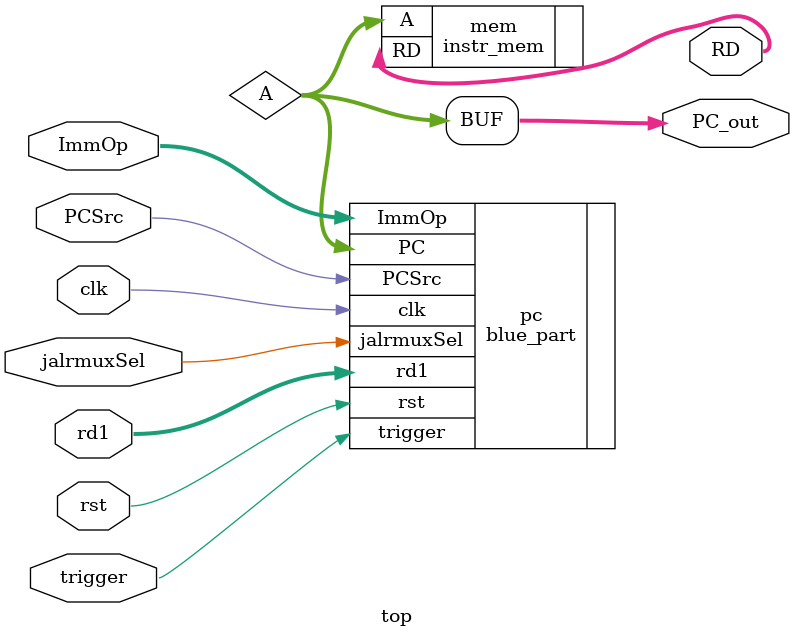
<source format=sv>
module top#(
    parameter ADDRESS_WIDTH = 32,
              DATAOUT_WIDTH = 32
)(
    input logic                            PCSrc, // output from control unit
    input logic                            clk,
    input logic                            rst,
    input logic                            trigger,
    input logic [DATAOUT_WIDTH-1:0]        ImmOp, // output from "sign extend" block
    input logic                            jalrmuxSel, // =1 if the instruction is jalr, =0 otherwise
    input logic [ADDRESS_WIDTH-1:0]        rd1, // output rd1 from regfile
    output logic [DATAOUT_WIDTH-1:0]       RD,
    output logic [ADDRESS_WIDTH-1:0]       PC_out
);

logic [ADDRESS_WIDTH-1:0]        A;

blue_part pc(
    .PCSrc(PCSrc),
    .clk(clk),
    .rst(rst),
    .trigger(trigger),
    .ImmOp(ImmOp),
    .jalrmuxSel(jalrmuxSel),
    .rd1(rd1),
    .PC(A)
);

instr_mem mem(
    .A(A),
    .RD(RD)
);

assign PC_out = A;
endmodule

</source>
